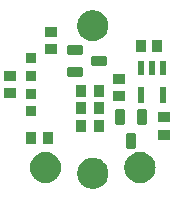
<source format=gbs>
G04 Layer: BottomSolderMaskLayer*
G04 EasyEDA v6.5.40, 2024-02-16 18:47:26*
G04 593259abcd0644159ebfd512fecfa5a2,9a5be75d700b4a6385dc1106f27949ae,10*
G04 Gerber Generator version 0.2*
G04 Scale: 100 percent, Rotated: No, Reflected: No *
G04 Dimensions in millimeters *
G04 leading zeros omitted , absolute positions ,4 integer and 5 decimal *
%FSLAX45Y45*%
%MOMM*%

%AMMACRO1*1,1,$1,$2,$3*1,1,$1,$4,$5*1,1,$1,0-$2,0-$3*1,1,$1,0-$4,0-$5*20,1,$1,$2,$3,$4,$5,0*20,1,$1,$4,$5,0-$2,0-$3,0*20,1,$1,0-$2,0-$3,0-$4,0-$5,0*20,1,$1,0-$4,0-$5,$2,$3,0*4,1,4,$2,$3,$4,$5,0-$2,0-$3,0-$4,0-$5,$2,$3,0*%
%ADD10R,0.9656X0.9081*%
%ADD11MACRO1,0.1016X0.4032X-0.432X0.4032X0.432*%
%ADD12MACRO1,0.1016X-0.4032X-0.432X-0.4032X0.432*%
%ADD13MACRO1,0.1016X0.625X0.35X-0.625X0.35*%
%ADD14MACRO1,0.1016X0.35X-0.625X0.35X0.625*%
%ADD15MACRO1,0.1016X-0.245X-0.5785X0.245X-0.5785*%
%ADD16MACRO1,0.1016X-0.245X-0.5875X0.245X-0.5875*%
%ADD17R,1.0016X0.9016*%
%ADD18MACRO1,0.1016X0.4X0.45X-0.4X0.45*%
%ADD19MACRO1,0.1016X-0.432X-0.4032X0.432X-0.4032*%
%ADD20MACRO1,0.1016X-0.432X0.4032X0.432X0.4032*%
%ADD21MACRO1,0.1016X0.45X-0.4X0.45X0.4*%

%LPD*%
D10*
G01*
X1524990Y324662D03*
G01*
X1524990Y475335D03*
G01*
X1524990Y24663D03*
G01*
X1524990Y175336D03*
G36*
X2450007Y-582091D02*
G01*
X2434081Y-581152D01*
X2418384Y-578281D01*
X2403170Y-573506D01*
X2388615Y-566953D01*
X2374976Y-558723D01*
X2362403Y-548894D01*
X2351125Y-537616D01*
X2341295Y-525043D01*
X2333066Y-511403D01*
X2326512Y-496849D01*
X2321737Y-481634D01*
X2318867Y-465937D01*
X2317927Y-450011D01*
X2318867Y-434086D01*
X2321737Y-418388D01*
X2326512Y-403174D01*
X2333066Y-388620D01*
X2341295Y-374980D01*
X2351125Y-362407D01*
X2362403Y-351129D01*
X2374976Y-341299D01*
X2388615Y-333070D01*
X2403170Y-326517D01*
X2418384Y-321741D01*
X2434081Y-318871D01*
X2450007Y-317931D01*
X2465933Y-318871D01*
X2481630Y-321741D01*
X2496845Y-326517D01*
X2511399Y-333070D01*
X2525039Y-341299D01*
X2537612Y-351129D01*
X2548890Y-362407D01*
X2558719Y-374980D01*
X2566949Y-388620D01*
X2573502Y-403174D01*
X2578277Y-418388D01*
X2581147Y-434086D01*
X2582087Y-450011D01*
X2581147Y-465937D01*
X2578277Y-481634D01*
X2573502Y-496849D01*
X2566949Y-511403D01*
X2558719Y-525043D01*
X2548890Y-537616D01*
X2537612Y-548894D01*
X2525039Y-558723D01*
X2511399Y-566953D01*
X2496845Y-573506D01*
X2481630Y-578281D01*
X2465933Y-581152D01*
G37*
G36*
X1650009Y-582091D02*
G01*
X1634083Y-581152D01*
X1618386Y-578281D01*
X1603171Y-573506D01*
X1588617Y-566953D01*
X1574977Y-558723D01*
X1562404Y-548894D01*
X1551127Y-537616D01*
X1541297Y-525043D01*
X1533067Y-511403D01*
X1526514Y-496849D01*
X1521739Y-481634D01*
X1518869Y-465937D01*
X1517929Y-450011D01*
X1518869Y-434086D01*
X1521739Y-418388D01*
X1526514Y-403174D01*
X1533067Y-388620D01*
X1541297Y-374980D01*
X1551127Y-362407D01*
X1562404Y-351129D01*
X1574977Y-341299D01*
X1588617Y-333070D01*
X1603171Y-326517D01*
X1618386Y-321741D01*
X1634083Y-318871D01*
X1650009Y-317931D01*
X1665935Y-318871D01*
X1681632Y-321741D01*
X1696846Y-326517D01*
X1711401Y-333070D01*
X1725040Y-341299D01*
X1737613Y-351129D01*
X1748891Y-362407D01*
X1758721Y-374980D01*
X1766951Y-388620D01*
X1773504Y-403174D01*
X1778279Y-418388D01*
X1781149Y-434086D01*
X1782089Y-450011D01*
X1781149Y-465937D01*
X1778279Y-481634D01*
X1773504Y-496849D01*
X1766951Y-511403D01*
X1758721Y-525043D01*
X1748891Y-537616D01*
X1737613Y-548894D01*
X1725040Y-558723D01*
X1711401Y-566953D01*
X1696846Y-573506D01*
X1681632Y-578281D01*
X1665935Y-581152D01*
G37*
G36*
X2050008Y-632079D02*
G01*
X2034082Y-631139D01*
X2018385Y-628269D01*
X2003170Y-623493D01*
X1988616Y-616940D01*
X1974977Y-608711D01*
X1962404Y-598881D01*
X1951126Y-587603D01*
X1941296Y-575030D01*
X1933067Y-561390D01*
X1926513Y-546836D01*
X1921738Y-531621D01*
X1918868Y-515924D01*
X1917928Y-499998D01*
X1918868Y-484073D01*
X1921738Y-468376D01*
X1926513Y-453161D01*
X1933067Y-438607D01*
X1941296Y-424967D01*
X1951126Y-412394D01*
X1962404Y-401116D01*
X1974977Y-391287D01*
X1988616Y-383057D01*
X2003170Y-376504D01*
X2018385Y-371729D01*
X2034082Y-368858D01*
X2050008Y-367919D01*
X2065934Y-368858D01*
X2081631Y-371729D01*
X2096846Y-376504D01*
X2111400Y-383057D01*
X2125040Y-391287D01*
X2137613Y-401116D01*
X2148890Y-412394D01*
X2158720Y-424967D01*
X2166950Y-438607D01*
X2173503Y-453161D01*
X2178278Y-468376D01*
X2181148Y-484073D01*
X2182088Y-499998D01*
X2181148Y-515924D01*
X2178278Y-531621D01*
X2173503Y-546836D01*
X2166950Y-561390D01*
X2158720Y-575030D01*
X2148890Y-587603D01*
X2137613Y-598881D01*
X2125040Y-608711D01*
X2111400Y-616940D01*
X2096846Y-623493D01*
X2081631Y-628269D01*
X2065934Y-631139D01*
G37*
G36*
X2050008Y617905D02*
G01*
X2034082Y618845D01*
X2018385Y621715D01*
X2003170Y626490D01*
X1988616Y633044D01*
X1974977Y641273D01*
X1962404Y651103D01*
X1951126Y662381D01*
X1941296Y674954D01*
X1933067Y688594D01*
X1926513Y703148D01*
X1921738Y718362D01*
X1918868Y734060D01*
X1917928Y749985D01*
X1918868Y765911D01*
X1921738Y781608D01*
X1926513Y796823D01*
X1933067Y811377D01*
X1941296Y825017D01*
X1951126Y837590D01*
X1962404Y848868D01*
X1974977Y858697D01*
X1988616Y866927D01*
X2003170Y873480D01*
X2018385Y878255D01*
X2034082Y881126D01*
X2050008Y882065D01*
X2065934Y881126D01*
X2081631Y878255D01*
X2096846Y873480D01*
X2111400Y866927D01*
X2125040Y858697D01*
X2137613Y848868D01*
X2148890Y837590D01*
X2158720Y825017D01*
X2166950Y811377D01*
X2173503Y796823D01*
X2178278Y781608D01*
X2181148Y765911D01*
X2182088Y749985D01*
X2181148Y734060D01*
X2178278Y718362D01*
X2173503Y703148D01*
X2166950Y688594D01*
X2158720Y674954D01*
X2148890Y662381D01*
X2137613Y651103D01*
X2125040Y641273D01*
X2111400Y633044D01*
X2096846Y626490D01*
X2081631Y621715D01*
X2065934Y618845D01*
G37*
D11*
G01*
X1949672Y49999D03*
D12*
G01*
X2100322Y49999D03*
D13*
G01*
X1899996Y355003D03*
G01*
X1899996Y544993D03*
G01*
X2099995Y449997D03*
D14*
G01*
X2280000Y-25001D03*
G01*
X2469991Y-25001D03*
G01*
X2374995Y-225000D03*
D15*
G01*
X2454998Y390364D03*
G01*
X2549994Y390364D03*
G01*
X2644990Y390364D03*
D16*
G01*
X2644990Y159631D03*
G01*
X2454998Y159631D03*
D17*
G01*
X2275001Y154990D03*
G01*
X2275001Y294995D03*
D18*
G01*
X2454996Y574997D03*
G01*
X2594996Y574997D03*
D11*
G01*
X1949672Y-99999D03*
D12*
G01*
X2100322Y-99999D03*
D19*
G01*
X2649994Y-24674D03*
D20*
G01*
X2649994Y-175324D03*
D11*
G01*
X1949672Y199999D03*
D12*
G01*
X2100322Y199999D03*
D17*
G01*
X1699996Y554989D03*
G01*
X1699996Y694994D03*
D21*
G01*
X1349997Y319999D03*
G01*
X1349997Y179999D03*
D18*
G01*
X1529996Y-199999D03*
G01*
X1669996Y-199999D03*
M02*

</source>
